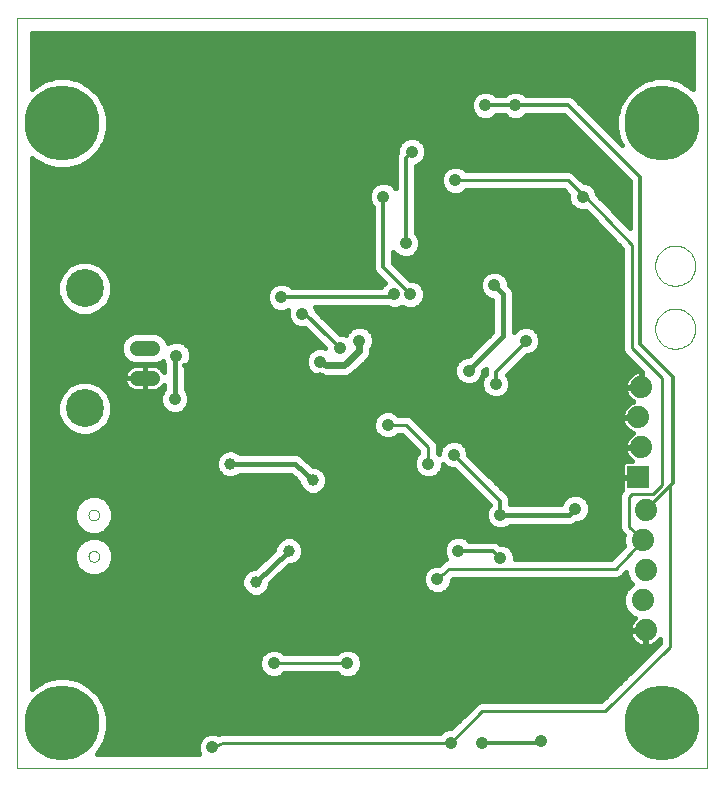
<source format=gbl>
G75*
%MOIN*%
%OFA0B0*%
%FSLAX24Y24*%
%IPPOS*%
%LPD*%
%AMOC8*
5,1,8,0,0,1.08239X$1,22.5*
%
%ADD10C,0.0000*%
%ADD11C,0.0740*%
%ADD12R,0.0740X0.0740*%
%ADD13C,0.0515*%
%ADD14C,0.1266*%
%ADD15C,0.0410*%
%ADD16C,0.0120*%
%ADD17C,0.0100*%
%ADD18C,0.0160*%
%ADD19C,0.0396*%
%ADD20C,0.0240*%
%ADD21C,0.2500*%
D10*
X009155Y001180D02*
X009155Y026180D01*
X032155Y026180D01*
X032155Y001180D01*
X009155Y001180D01*
X011528Y008241D02*
X011530Y008267D01*
X011536Y008293D01*
X011546Y008318D01*
X011559Y008341D01*
X011575Y008361D01*
X011595Y008379D01*
X011617Y008394D01*
X011640Y008406D01*
X011666Y008414D01*
X011692Y008418D01*
X011718Y008418D01*
X011744Y008414D01*
X011770Y008406D01*
X011794Y008394D01*
X011815Y008379D01*
X011835Y008361D01*
X011851Y008341D01*
X011864Y008318D01*
X011874Y008293D01*
X011880Y008267D01*
X011882Y008241D01*
X011880Y008215D01*
X011874Y008189D01*
X011864Y008164D01*
X011851Y008141D01*
X011835Y008121D01*
X011815Y008103D01*
X011793Y008088D01*
X011770Y008076D01*
X011744Y008068D01*
X011718Y008064D01*
X011692Y008064D01*
X011666Y008068D01*
X011640Y008076D01*
X011616Y008088D01*
X011595Y008103D01*
X011575Y008121D01*
X011559Y008141D01*
X011546Y008164D01*
X011536Y008189D01*
X011530Y008215D01*
X011528Y008241D01*
X011528Y009619D02*
X011530Y009645D01*
X011536Y009671D01*
X011546Y009696D01*
X011559Y009719D01*
X011575Y009739D01*
X011595Y009757D01*
X011617Y009772D01*
X011640Y009784D01*
X011666Y009792D01*
X011692Y009796D01*
X011718Y009796D01*
X011744Y009792D01*
X011770Y009784D01*
X011794Y009772D01*
X011815Y009757D01*
X011835Y009739D01*
X011851Y009719D01*
X011864Y009696D01*
X011874Y009671D01*
X011880Y009645D01*
X011882Y009619D01*
X011880Y009593D01*
X011874Y009567D01*
X011864Y009542D01*
X011851Y009519D01*
X011835Y009499D01*
X011815Y009481D01*
X011793Y009466D01*
X011770Y009454D01*
X011744Y009446D01*
X011718Y009442D01*
X011692Y009442D01*
X011666Y009446D01*
X011640Y009454D01*
X011616Y009466D01*
X011595Y009481D01*
X011575Y009499D01*
X011559Y009519D01*
X011546Y009542D01*
X011536Y009567D01*
X011530Y009593D01*
X011528Y009619D01*
X030415Y015830D02*
X030417Y015881D01*
X030423Y015932D01*
X030433Y015983D01*
X030446Y016032D01*
X030464Y016080D01*
X030485Y016127D01*
X030509Y016172D01*
X030537Y016215D01*
X030568Y016256D01*
X030602Y016295D01*
X030639Y016330D01*
X030679Y016363D01*
X030721Y016392D01*
X030765Y016419D01*
X030811Y016441D01*
X030859Y016461D01*
X030907Y016476D01*
X030957Y016488D01*
X031008Y016496D01*
X031059Y016500D01*
X031111Y016500D01*
X031162Y016496D01*
X031213Y016488D01*
X031263Y016476D01*
X031311Y016461D01*
X031359Y016441D01*
X031405Y016419D01*
X031449Y016392D01*
X031491Y016363D01*
X031531Y016330D01*
X031568Y016295D01*
X031602Y016256D01*
X031633Y016215D01*
X031661Y016172D01*
X031685Y016127D01*
X031706Y016080D01*
X031724Y016032D01*
X031737Y015983D01*
X031747Y015932D01*
X031753Y015881D01*
X031755Y015830D01*
X031753Y015779D01*
X031747Y015728D01*
X031737Y015677D01*
X031724Y015628D01*
X031706Y015580D01*
X031685Y015533D01*
X031661Y015488D01*
X031633Y015445D01*
X031602Y015404D01*
X031568Y015365D01*
X031531Y015330D01*
X031491Y015297D01*
X031449Y015268D01*
X031405Y015241D01*
X031359Y015219D01*
X031311Y015199D01*
X031263Y015184D01*
X031213Y015172D01*
X031162Y015164D01*
X031111Y015160D01*
X031059Y015160D01*
X031008Y015164D01*
X030957Y015172D01*
X030907Y015184D01*
X030859Y015199D01*
X030811Y015219D01*
X030765Y015241D01*
X030721Y015268D01*
X030679Y015297D01*
X030639Y015330D01*
X030602Y015365D01*
X030568Y015404D01*
X030537Y015445D01*
X030509Y015488D01*
X030485Y015533D01*
X030464Y015580D01*
X030446Y015628D01*
X030433Y015677D01*
X030423Y015728D01*
X030417Y015779D01*
X030415Y015830D01*
X030415Y017930D02*
X030417Y017981D01*
X030423Y018032D01*
X030433Y018083D01*
X030446Y018132D01*
X030464Y018180D01*
X030485Y018227D01*
X030509Y018272D01*
X030537Y018315D01*
X030568Y018356D01*
X030602Y018395D01*
X030639Y018430D01*
X030679Y018463D01*
X030721Y018492D01*
X030765Y018519D01*
X030811Y018541D01*
X030859Y018561D01*
X030907Y018576D01*
X030957Y018588D01*
X031008Y018596D01*
X031059Y018600D01*
X031111Y018600D01*
X031162Y018596D01*
X031213Y018588D01*
X031263Y018576D01*
X031311Y018561D01*
X031359Y018541D01*
X031405Y018519D01*
X031449Y018492D01*
X031491Y018463D01*
X031531Y018430D01*
X031568Y018395D01*
X031602Y018356D01*
X031633Y018315D01*
X031661Y018272D01*
X031685Y018227D01*
X031706Y018180D01*
X031724Y018132D01*
X031737Y018083D01*
X031747Y018032D01*
X031753Y017981D01*
X031755Y017930D01*
X031753Y017879D01*
X031747Y017828D01*
X031737Y017777D01*
X031724Y017728D01*
X031706Y017680D01*
X031685Y017633D01*
X031661Y017588D01*
X031633Y017545D01*
X031602Y017504D01*
X031568Y017465D01*
X031531Y017430D01*
X031491Y017397D01*
X031449Y017368D01*
X031405Y017341D01*
X031359Y017319D01*
X031311Y017299D01*
X031263Y017284D01*
X031213Y017272D01*
X031162Y017264D01*
X031111Y017260D01*
X031059Y017260D01*
X031008Y017264D01*
X030957Y017272D01*
X030907Y017284D01*
X030859Y017299D01*
X030811Y017319D01*
X030765Y017341D01*
X030721Y017368D01*
X030679Y017397D01*
X030639Y017430D01*
X030602Y017465D01*
X030568Y017504D01*
X030537Y017545D01*
X030509Y017588D01*
X030485Y017633D01*
X030464Y017680D01*
X030446Y017728D01*
X030433Y017777D01*
X030423Y017828D01*
X030417Y017879D01*
X030415Y017930D01*
D11*
X029955Y013880D03*
X029855Y012880D03*
X029955Y011880D03*
X030105Y009780D03*
X030005Y008780D03*
X030105Y007780D03*
X030005Y006780D03*
X030105Y005780D03*
D12*
X029855Y010880D03*
D13*
X013662Y014180D02*
X013148Y014180D01*
X013148Y015180D02*
X013662Y015180D01*
D14*
X011405Y017180D03*
X011405Y013180D03*
D15*
X014405Y013480D03*
X015055Y014680D03*
X014455Y014930D03*
X017955Y016880D03*
X018655Y016330D03*
X019105Y017430D03*
X016805Y018180D03*
X019905Y015180D03*
X020555Y015430D03*
X021655Y015380D03*
X023505Y016580D03*
X022255Y016980D03*
X021705Y016980D03*
X022105Y018680D03*
X021355Y020230D03*
X022305Y021730D03*
X023755Y020780D03*
X024755Y023280D03*
X025755Y023280D03*
X027855Y022080D03*
X028005Y020230D03*
X025255Y018030D03*
X025055Y017280D03*
X024855Y016330D03*
X026105Y015430D03*
X025105Y013990D03*
X024205Y014430D03*
X024005Y012480D03*
X023705Y011630D03*
X022855Y011330D03*
X021505Y012630D03*
X019255Y014730D03*
X025525Y011270D03*
X025255Y009630D03*
X023855Y008430D03*
X023155Y007480D03*
X025155Y007330D03*
X025255Y008180D03*
X027755Y009830D03*
X029205Y008730D03*
X027155Y012780D03*
X029015Y013920D03*
X021085Y007510D03*
X020155Y004680D03*
X017705Y004680D03*
X016155Y007380D03*
X013455Y007830D03*
X013405Y003280D03*
X015655Y001880D03*
X022505Y003330D03*
X023605Y002030D03*
X024655Y002030D03*
X026605Y002080D03*
X019105Y022180D03*
D16*
X021355Y020230D02*
X021355Y017880D01*
X022255Y016980D01*
X021705Y016980D02*
X021555Y016880D01*
X017955Y016880D01*
X018655Y016330D02*
X018755Y016330D01*
X019605Y015480D01*
X019905Y015180D01*
X021405Y015080D02*
X021655Y015330D01*
X021655Y015380D01*
X023505Y016580D02*
X023555Y016630D01*
X022105Y018680D02*
X022105Y021530D01*
X022305Y021730D01*
X024755Y023280D02*
X025755Y023280D01*
X027505Y023280D01*
X029905Y020880D01*
X029905Y015330D01*
X030105Y015130D01*
X031005Y014230D01*
X031005Y010680D01*
X030905Y010580D01*
X030105Y009780D01*
X029015Y013920D02*
X029055Y014130D01*
X026105Y015380D02*
X026105Y015430D01*
X026105Y015380D02*
X025105Y014380D01*
X025105Y013990D01*
X024105Y012480D02*
X024005Y012480D01*
X023705Y011630D02*
X025255Y010080D01*
X025255Y009630D01*
X025005Y008430D02*
X023855Y008430D01*
X025005Y008430D02*
X025255Y008180D01*
X024655Y002030D02*
X026555Y002030D01*
X026605Y002080D01*
X019055Y017380D02*
X019105Y017430D01*
D17*
X016805Y018180D02*
X016805Y018230D01*
X016705Y018130D01*
X019155Y022130D02*
X019105Y022180D01*
X023755Y020780D02*
X027505Y020780D01*
X028005Y020280D01*
X028005Y020230D02*
X028105Y020230D01*
X029655Y018630D01*
X029655Y015180D01*
X030655Y014180D01*
X030635Y010620D01*
X030345Y010330D01*
X029645Y010320D01*
X029555Y010230D01*
X029555Y009230D01*
X030005Y008780D01*
X029105Y007830D01*
X023905Y007830D01*
X023555Y007830D01*
X023155Y007480D01*
X020155Y004680D02*
X017705Y004680D01*
X016155Y007380D02*
X015805Y007380D01*
X015705Y007480D01*
X013405Y003280D02*
X013405Y003130D01*
X015655Y001880D02*
X016005Y002030D01*
X023605Y002030D01*
X024655Y003080D01*
X028755Y003080D01*
X030905Y005230D01*
X030905Y010580D01*
X029205Y008730D02*
X029105Y008730D01*
X025455Y011130D02*
X025405Y011180D01*
X025525Y011270D01*
X027005Y012780D02*
X027155Y012780D01*
X022855Y011880D02*
X022855Y011330D01*
X022855Y011880D02*
X022105Y012630D01*
X021505Y012630D01*
X022505Y003330D02*
X022505Y003280D01*
X022405Y003180D01*
X027855Y022080D02*
X027905Y022080D01*
D18*
X028044Y022261D02*
X012127Y022261D01*
X012169Y022419D02*
X027885Y022419D01*
X027727Y022578D02*
X012185Y022578D01*
X012185Y022479D02*
X012185Y022881D01*
X012081Y023271D01*
X011879Y023619D01*
X011594Y023904D01*
X011246Y024106D01*
X010856Y024210D01*
X010454Y024210D01*
X010064Y024106D01*
X009716Y023904D01*
X009635Y023824D01*
X009635Y025700D01*
X031675Y025700D01*
X031675Y023824D01*
X031594Y023904D01*
X031246Y024106D01*
X030856Y024210D01*
X030454Y024210D01*
X030064Y024106D01*
X029716Y023904D01*
X029431Y023619D01*
X029229Y023271D01*
X029125Y022881D01*
X029125Y022479D01*
X029229Y022089D01*
X029302Y021964D01*
X027698Y023568D01*
X027573Y023620D01*
X026101Y023620D01*
X026030Y023691D01*
X025851Y023765D01*
X025659Y023765D01*
X025480Y023691D01*
X025409Y023620D01*
X025101Y023620D01*
X025030Y023691D01*
X024851Y023765D01*
X024659Y023765D01*
X024480Y023691D01*
X024344Y023555D01*
X024270Y023376D01*
X024270Y023184D01*
X024344Y023005D01*
X024480Y022869D01*
X024659Y022795D01*
X024851Y022795D01*
X025030Y022869D01*
X025101Y022940D01*
X025409Y022940D01*
X025480Y022869D01*
X025659Y022795D01*
X025851Y022795D01*
X026030Y022869D01*
X026101Y022940D01*
X027364Y022940D01*
X029565Y020739D01*
X029565Y019197D01*
X028490Y020307D01*
X028490Y020326D01*
X028416Y020505D01*
X028280Y020641D01*
X028101Y020715D01*
X028037Y020715D01*
X027692Y021060D01*
X027571Y021110D01*
X024111Y021110D01*
X024030Y021191D01*
X023851Y021265D01*
X023659Y021265D01*
X023480Y021191D01*
X023344Y021055D01*
X023270Y020876D01*
X023270Y020684D01*
X023344Y020505D01*
X023480Y020369D01*
X023659Y020295D01*
X023851Y020295D01*
X024030Y020369D01*
X024111Y020450D01*
X027368Y020450D01*
X027520Y020298D01*
X027520Y020134D01*
X027594Y019955D01*
X027730Y019819D01*
X027909Y019745D01*
X028101Y019745D01*
X028111Y019749D01*
X029325Y018496D01*
X029325Y015114D01*
X029375Y014993D01*
X029975Y014393D01*
X029975Y013900D01*
X029935Y013900D01*
X029935Y014430D01*
X029912Y014430D01*
X029826Y014416D01*
X029744Y014390D01*
X029667Y014350D01*
X029597Y014300D01*
X029535Y014238D01*
X029485Y014168D01*
X029445Y014091D01*
X029419Y014009D01*
X029405Y013923D01*
X029405Y013900D01*
X029935Y013900D01*
X029935Y013860D01*
X029405Y013860D01*
X029405Y013837D01*
X029419Y013751D01*
X029445Y013669D01*
X029485Y013592D01*
X029535Y013522D01*
X029597Y013460D01*
X029667Y013410D01*
X029682Y013402D01*
X029644Y013390D01*
X029567Y013350D01*
X029497Y013300D01*
X029435Y013238D01*
X029385Y013168D01*
X029345Y013091D01*
X029319Y013009D01*
X029305Y012923D01*
X029305Y012900D01*
X029835Y012900D01*
X029835Y012860D01*
X029305Y012860D01*
X029305Y012837D01*
X029319Y012751D01*
X029345Y012669D01*
X029385Y012592D01*
X029435Y012522D01*
X029497Y012460D01*
X029567Y012410D01*
X029644Y012370D01*
X029682Y012358D01*
X029667Y012350D01*
X029597Y012300D01*
X029535Y012238D01*
X029485Y012168D01*
X029445Y012091D01*
X029419Y012009D01*
X029405Y011923D01*
X029405Y011900D01*
X029935Y011900D01*
X029935Y011860D01*
X029405Y011860D01*
X029405Y011837D01*
X029419Y011751D01*
X029445Y011669D01*
X029485Y011592D01*
X029535Y011522D01*
X029597Y011460D01*
X029639Y011430D01*
X029461Y011430D01*
X029416Y011418D01*
X029374Y011394D01*
X029341Y011361D01*
X029317Y011319D01*
X029305Y011274D01*
X029305Y010900D01*
X029835Y010900D01*
X029835Y010860D01*
X029305Y010860D01*
X029305Y010486D01*
X029313Y010455D01*
X029275Y010417D01*
X029225Y010296D01*
X029225Y009164D01*
X029275Y009043D01*
X029371Y008947D01*
X029355Y008909D01*
X029355Y008651D01*
X029377Y008597D01*
X028963Y008160D01*
X025740Y008160D01*
X025740Y008276D01*
X025666Y008455D01*
X025530Y008591D01*
X025351Y008665D01*
X025251Y008665D01*
X025198Y008718D01*
X025073Y008770D01*
X024201Y008770D01*
X024130Y008841D01*
X023951Y008915D01*
X023759Y008915D01*
X023580Y008841D01*
X023444Y008705D01*
X023370Y008526D01*
X023370Y008334D01*
X023444Y008155D01*
X023454Y008145D01*
X023439Y008139D01*
X023387Y008122D01*
X023379Y008114D01*
X023368Y008110D01*
X023329Y008071D01*
X023208Y007965D01*
X023059Y007965D01*
X022880Y007891D01*
X022744Y007755D01*
X022670Y007576D01*
X022670Y007384D01*
X022744Y007205D01*
X022880Y007069D01*
X023059Y006995D01*
X023251Y006995D01*
X023430Y007069D01*
X023566Y007205D01*
X023640Y007384D01*
X023640Y007466D01*
X023679Y007500D01*
X029044Y007500D01*
X029048Y007498D01*
X029109Y007500D01*
X029171Y007500D01*
X029175Y007502D01*
X029180Y007502D01*
X029235Y007527D01*
X029292Y007550D01*
X029295Y007554D01*
X029299Y007555D01*
X029342Y007600D01*
X029385Y007643D01*
X029387Y007647D01*
X029455Y007720D01*
X029455Y007651D01*
X029554Y007412D01*
X029636Y007330D01*
X029454Y007148D01*
X029355Y006909D01*
X029355Y006651D01*
X029454Y006412D01*
X029637Y006229D01*
X029735Y006188D01*
X029685Y006138D01*
X029635Y006068D01*
X029595Y005991D01*
X029569Y005909D01*
X029555Y005823D01*
X029555Y005800D01*
X030085Y005800D01*
X030085Y005760D01*
X030125Y005760D01*
X030125Y005230D01*
X030148Y005230D01*
X030234Y005244D01*
X030316Y005270D01*
X030393Y005310D01*
X030463Y005360D01*
X030525Y005422D01*
X030575Y005491D01*
X030575Y005367D01*
X028618Y003410D01*
X024589Y003410D01*
X024468Y003360D01*
X023623Y002515D01*
X023509Y002515D01*
X023330Y002441D01*
X023249Y002360D01*
X016069Y002360D01*
X016067Y002361D01*
X016003Y002360D01*
X015939Y002360D01*
X015937Y002359D01*
X015935Y002359D01*
X015877Y002334D01*
X015851Y002324D01*
X015751Y002365D01*
X015559Y002365D01*
X015380Y002291D01*
X015244Y002155D01*
X015170Y001976D01*
X015170Y001784D01*
X015221Y001660D01*
X011799Y001660D01*
X011879Y001741D01*
X012081Y002089D01*
X012185Y002479D01*
X012185Y002881D01*
X012081Y003271D01*
X011879Y003619D01*
X011594Y003904D01*
X011246Y004106D01*
X010856Y004210D01*
X010454Y004210D01*
X010064Y004106D01*
X009716Y003904D01*
X009635Y003824D01*
X009635Y021536D01*
X009716Y021456D01*
X010064Y021254D01*
X010454Y021150D01*
X010856Y021150D01*
X011246Y021254D01*
X011594Y021456D01*
X011879Y021741D01*
X012081Y022089D01*
X012185Y022479D01*
X012185Y022736D02*
X027568Y022736D01*
X027410Y022895D02*
X026055Y022895D01*
X025455Y022895D02*
X025055Y022895D01*
X024455Y022895D02*
X012181Y022895D01*
X012139Y023053D02*
X024324Y023053D01*
X024270Y023212D02*
X012097Y023212D01*
X012023Y023370D02*
X024270Y023370D01*
X024333Y023529D02*
X011932Y023529D01*
X011812Y023687D02*
X024476Y023687D01*
X025034Y023687D02*
X025476Y023687D01*
X026034Y023687D02*
X029498Y023687D01*
X029378Y023529D02*
X027737Y023529D01*
X027896Y023370D02*
X029287Y023370D01*
X029213Y023212D02*
X028054Y023212D01*
X028213Y023053D02*
X029171Y023053D01*
X029129Y022895D02*
X028371Y022895D01*
X028530Y022736D02*
X029125Y022736D01*
X029125Y022578D02*
X028688Y022578D01*
X028847Y022419D02*
X029141Y022419D01*
X029183Y022261D02*
X029005Y022261D01*
X029164Y022102D02*
X029226Y022102D01*
X028678Y021627D02*
X022787Y021627D01*
X022790Y021634D02*
X022790Y021826D01*
X022716Y022005D01*
X022580Y022141D01*
X022401Y022215D01*
X022209Y022215D01*
X022030Y022141D01*
X021894Y022005D01*
X021820Y021826D01*
X021820Y021726D01*
X021817Y021723D01*
X021765Y021598D01*
X021765Y020506D01*
X021630Y020641D01*
X021451Y020715D01*
X021259Y020715D01*
X021080Y020641D01*
X020944Y020505D01*
X020870Y020326D01*
X020870Y020134D01*
X020944Y019955D01*
X021015Y019884D01*
X021015Y017812D01*
X021067Y017687D01*
X021397Y017358D01*
X021294Y017255D01*
X021279Y017220D01*
X018301Y017220D01*
X018230Y017291D01*
X018051Y017365D01*
X017859Y017365D01*
X017680Y017291D01*
X017544Y017155D01*
X017470Y016976D01*
X017470Y016784D01*
X017544Y016605D01*
X017680Y016469D01*
X017859Y016395D01*
X018051Y016395D01*
X018179Y016448D01*
X018170Y016426D01*
X018170Y016234D01*
X018244Y016055D01*
X018380Y015919D01*
X018559Y015845D01*
X018751Y015845D01*
X018757Y015847D01*
X019412Y015192D01*
X019412Y015192D01*
X019416Y015188D01*
X019351Y015215D01*
X019159Y015215D01*
X018980Y015141D01*
X018844Y015005D01*
X018770Y014826D01*
X018770Y014634D01*
X018844Y014455D01*
X018980Y014319D01*
X019159Y014245D01*
X019331Y014245D01*
X019347Y014237D01*
X019362Y014236D01*
X019375Y014230D01*
X019441Y014230D01*
X019506Y014225D01*
X019520Y014230D01*
X020044Y014230D01*
X020113Y014226D01*
X020124Y014230D01*
X020135Y014230D01*
X020198Y014256D01*
X020263Y014279D01*
X020272Y014287D01*
X020282Y014291D01*
X020330Y014340D01*
X020772Y014737D01*
X020782Y014741D01*
X020830Y014790D01*
X020882Y014836D01*
X020886Y014846D01*
X020894Y014853D01*
X020921Y014917D01*
X020950Y014980D01*
X020951Y014990D01*
X020955Y015000D01*
X020955Y015069D01*
X020959Y015138D01*
X020956Y015145D01*
X020966Y015155D01*
X021040Y015334D01*
X021040Y015526D01*
X020966Y015705D01*
X020830Y015841D01*
X020651Y015915D01*
X020459Y015915D01*
X020280Y015841D01*
X020144Y015705D01*
X020109Y015620D01*
X020001Y015665D01*
X019901Y015665D01*
X019893Y015673D01*
X019140Y016426D01*
X019140Y016426D01*
X019093Y016540D01*
X021500Y016540D01*
X021609Y016495D01*
X021801Y016495D01*
X021980Y016569D01*
X021980Y016569D01*
X021980Y016569D01*
X022159Y016495D01*
X022351Y016495D01*
X022530Y016569D01*
X022666Y016705D01*
X022740Y016884D01*
X022740Y017076D01*
X022666Y017255D01*
X022530Y017391D01*
X022351Y017465D01*
X022251Y017465D01*
X021695Y018021D01*
X021695Y018404D01*
X021830Y018269D01*
X022009Y018195D01*
X022201Y018195D01*
X022380Y018269D01*
X022516Y018405D01*
X022590Y018584D01*
X022590Y018776D01*
X022516Y018955D01*
X022445Y019026D01*
X022445Y021263D01*
X022580Y021319D01*
X022716Y021455D01*
X022790Y021634D01*
X022790Y021785D02*
X028519Y021785D01*
X028361Y021944D02*
X022742Y021944D01*
X022619Y022102D02*
X028202Y022102D01*
X028836Y021468D02*
X022721Y021468D01*
X022557Y021310D02*
X028995Y021310D01*
X029153Y021151D02*
X024070Y021151D01*
X023440Y021151D02*
X022445Y021151D01*
X022445Y020993D02*
X023318Y020993D01*
X023270Y020834D02*
X022445Y020834D01*
X022445Y020676D02*
X023273Y020676D01*
X023339Y020517D02*
X022445Y020517D01*
X022445Y020359D02*
X023505Y020359D01*
X024005Y020359D02*
X027460Y020359D01*
X027520Y020200D02*
X022445Y020200D01*
X022445Y020042D02*
X027558Y020042D01*
X027666Y019883D02*
X022445Y019883D01*
X022445Y019725D02*
X028135Y019725D01*
X028289Y019566D02*
X022445Y019566D01*
X022445Y019408D02*
X028442Y019408D01*
X028596Y019249D02*
X022445Y019249D01*
X022445Y019091D02*
X028749Y019091D01*
X028903Y018932D02*
X022526Y018932D01*
X022590Y018774D02*
X029057Y018774D01*
X029210Y018615D02*
X022590Y018615D01*
X022537Y018457D02*
X029325Y018457D01*
X029325Y018298D02*
X022409Y018298D01*
X021801Y018298D02*
X021695Y018298D01*
X021695Y018140D02*
X029325Y018140D01*
X029325Y017981D02*
X021735Y017981D01*
X021893Y017823D02*
X029325Y017823D01*
X029325Y017664D02*
X025357Y017664D01*
X025330Y017691D02*
X025151Y017765D01*
X024959Y017765D01*
X024780Y017691D01*
X024644Y017555D01*
X024570Y017376D01*
X024570Y017184D01*
X024644Y017005D01*
X024780Y016869D01*
X024959Y016795D01*
X024995Y016795D01*
X024995Y015729D01*
X024181Y014915D01*
X024109Y014915D01*
X023930Y014841D01*
X023794Y014705D01*
X023720Y014526D01*
X023720Y014334D01*
X023794Y014155D01*
X023930Y014019D01*
X024109Y013945D01*
X024301Y013945D01*
X024480Y014019D01*
X024616Y014155D01*
X024690Y014334D01*
X024690Y014406D01*
X024789Y014504D01*
X024765Y014448D01*
X024765Y014336D01*
X024694Y014265D01*
X024620Y014086D01*
X024620Y013894D01*
X024694Y013715D01*
X024830Y013579D01*
X025009Y013505D01*
X025201Y013505D01*
X025380Y013579D01*
X025516Y013715D01*
X025590Y013894D01*
X025590Y014086D01*
X025516Y014265D01*
X025493Y014288D01*
X026151Y014945D01*
X026201Y014945D01*
X026380Y015019D01*
X026516Y015155D01*
X026590Y015334D01*
X026590Y015526D01*
X026516Y015705D01*
X026380Y015841D01*
X026201Y015915D01*
X026009Y015915D01*
X025830Y015841D01*
X025715Y015726D01*
X025715Y017052D01*
X025660Y017184D01*
X025540Y017304D01*
X025540Y017376D01*
X025466Y017555D01*
X025330Y017691D01*
X025487Y017506D02*
X029325Y017506D01*
X029325Y017347D02*
X025540Y017347D01*
X025656Y017189D02*
X029325Y017189D01*
X029325Y017030D02*
X025715Y017030D01*
X025715Y016872D02*
X029325Y016872D01*
X029325Y016713D02*
X025715Y016713D01*
X025715Y016555D02*
X029325Y016555D01*
X029325Y016396D02*
X025715Y016396D01*
X025715Y016238D02*
X029325Y016238D01*
X029325Y016079D02*
X025715Y016079D01*
X025715Y015921D02*
X029325Y015921D01*
X029325Y015762D02*
X026459Y015762D01*
X026558Y015604D02*
X029325Y015604D01*
X029325Y015445D02*
X026590Y015445D01*
X026571Y015287D02*
X029325Y015287D01*
X029325Y015128D02*
X026489Y015128D01*
X026261Y014970D02*
X029399Y014970D01*
X029557Y014811D02*
X026017Y014811D01*
X025858Y014653D02*
X029716Y014653D01*
X029874Y014494D02*
X025700Y014494D01*
X025541Y014336D02*
X029646Y014336D01*
X029491Y014177D02*
X025552Y014177D01*
X025590Y014019D02*
X029422Y014019D01*
X029435Y013702D02*
X025502Y013702D01*
X025576Y013860D02*
X029935Y013860D01*
X029935Y014019D02*
X029975Y014019D01*
X029975Y014177D02*
X029935Y014177D01*
X029935Y014336D02*
X029975Y014336D01*
X029520Y013543D02*
X025293Y013543D01*
X024917Y013543D02*
X014890Y013543D01*
X014890Y013576D02*
X014816Y013755D01*
X014765Y013806D01*
X014765Y014554D01*
X014866Y014655D01*
X014940Y014834D01*
X014940Y015026D01*
X014866Y015205D01*
X014730Y015341D01*
X014551Y015415D01*
X014359Y015415D01*
X014180Y015341D01*
X014178Y015339D01*
X014118Y015484D01*
X013967Y015636D01*
X013769Y015717D01*
X013041Y015717D01*
X012843Y015636D01*
X012692Y015484D01*
X012610Y015287D01*
X012610Y015073D01*
X012692Y014876D01*
X012843Y014724D01*
X013041Y014643D01*
X013769Y014643D01*
X013967Y014724D01*
X014001Y014758D01*
X014044Y014655D01*
X014045Y014654D01*
X014045Y014393D01*
X014037Y014409D01*
X013996Y014465D01*
X013947Y014514D01*
X013892Y014554D01*
X013830Y014585D01*
X013765Y014607D01*
X013697Y014617D01*
X013405Y014617D01*
X013113Y014617D01*
X013045Y014607D01*
X012980Y014585D01*
X012918Y014554D01*
X012863Y014514D01*
X012814Y014465D01*
X012773Y014409D01*
X012742Y014348D01*
X012721Y014282D01*
X012710Y014214D01*
X012710Y014180D01*
X013405Y014180D01*
X013405Y014180D01*
X013405Y014617D01*
X013405Y014180D01*
X013405Y013743D01*
X013697Y013743D01*
X013765Y013753D01*
X013830Y013775D01*
X013892Y013806D01*
X013947Y013846D01*
X013996Y013895D01*
X014037Y013951D01*
X014045Y013967D01*
X014045Y013806D01*
X013994Y013755D01*
X013920Y013576D01*
X013920Y013384D01*
X013994Y013205D01*
X014130Y013069D01*
X014309Y012995D01*
X014501Y012995D01*
X014680Y013069D01*
X014816Y013205D01*
X014890Y013384D01*
X014890Y013576D01*
X014838Y013702D02*
X024708Y013702D01*
X024634Y013860D02*
X014765Y013860D01*
X014765Y014019D02*
X023931Y014019D01*
X023785Y014177D02*
X014765Y014177D01*
X014765Y014336D02*
X018964Y014336D01*
X018828Y014494D02*
X014765Y014494D01*
X014705Y014630D02*
X015055Y014680D01*
X014931Y014811D02*
X018770Y014811D01*
X018770Y014653D02*
X014863Y014653D01*
X014940Y014970D02*
X018829Y014970D01*
X018967Y015128D02*
X014898Y015128D01*
X014784Y015287D02*
X019318Y015287D01*
X019159Y015445D02*
X014134Y015445D01*
X013999Y015604D02*
X019001Y015604D01*
X018842Y015762D02*
X009635Y015762D01*
X009635Y015604D02*
X012811Y015604D01*
X012676Y015445D02*
X009635Y015445D01*
X009635Y015287D02*
X012610Y015287D01*
X012610Y015128D02*
X009635Y015128D01*
X009635Y014970D02*
X012653Y014970D01*
X012756Y014811D02*
X009635Y014811D01*
X009635Y014653D02*
X013016Y014653D01*
X012843Y014494D02*
X009635Y014494D01*
X009635Y014336D02*
X012738Y014336D01*
X012710Y014180D02*
X012710Y014146D01*
X012721Y014078D01*
X012742Y014012D01*
X012773Y013951D01*
X012814Y013895D01*
X012863Y013846D01*
X012918Y013806D01*
X012980Y013775D01*
X013045Y013753D01*
X013113Y013743D01*
X013405Y013743D01*
X013405Y014180D01*
X013405Y014180D01*
X013405Y014180D01*
X012710Y014180D01*
X012710Y014177D02*
X009635Y014177D01*
X009635Y014019D02*
X011043Y014019D01*
X010888Y013954D02*
X011223Y014093D01*
X011587Y014093D01*
X011922Y013954D01*
X012179Y013697D01*
X012318Y013362D01*
X012318Y012998D01*
X012179Y012663D01*
X011922Y012406D01*
X011587Y012267D01*
X011223Y012267D01*
X010888Y012406D01*
X010631Y012663D01*
X010492Y012998D01*
X010492Y013362D01*
X010631Y013697D01*
X010888Y013954D01*
X010794Y013860D02*
X009635Y013860D01*
X009635Y013702D02*
X010635Y013702D01*
X010567Y013543D02*
X009635Y013543D01*
X009635Y013385D02*
X010501Y013385D01*
X010492Y013226D02*
X009635Y013226D01*
X009635Y013068D02*
X010492Y013068D01*
X010529Y012909D02*
X009635Y012909D01*
X009635Y012751D02*
X010595Y012751D01*
X010702Y012592D02*
X009635Y012592D01*
X009635Y012434D02*
X010860Y012434D01*
X011204Y012275D02*
X009635Y012275D01*
X009635Y012117D02*
X022152Y012117D01*
X021993Y012275D02*
X021836Y012275D01*
X021861Y012300D02*
X021968Y012300D01*
X022525Y011743D01*
X022525Y011686D01*
X022444Y011605D01*
X022370Y011426D01*
X022370Y011234D01*
X022444Y011055D01*
X022580Y010919D01*
X022759Y010845D01*
X022951Y010845D01*
X023130Y010919D01*
X023266Y011055D01*
X023340Y011234D01*
X023340Y011309D01*
X023430Y011219D01*
X023609Y011145D01*
X023709Y011145D01*
X024897Y009958D01*
X024844Y009905D01*
X024770Y009726D01*
X024770Y009534D01*
X024844Y009355D01*
X024980Y009219D01*
X025159Y009145D01*
X025351Y009145D01*
X025530Y009219D01*
X025581Y009270D01*
X027627Y009270D01*
X027759Y009325D01*
X027779Y009345D01*
X027851Y009345D01*
X028030Y009419D01*
X028166Y009555D01*
X028240Y009734D01*
X028240Y009926D01*
X028166Y010105D01*
X028030Y010241D01*
X027851Y010315D01*
X027659Y010315D01*
X027480Y010241D01*
X027344Y010105D01*
X027296Y009990D01*
X025595Y009990D01*
X025595Y010012D01*
X025595Y010148D01*
X025543Y010273D01*
X024190Y011626D01*
X024190Y011726D01*
X024116Y011905D01*
X023980Y012041D01*
X023801Y012115D01*
X023609Y012115D01*
X023430Y012041D01*
X023294Y011905D01*
X023220Y011726D01*
X023220Y011651D01*
X023185Y011686D01*
X023185Y011946D01*
X023135Y012067D01*
X023042Y012160D01*
X022292Y012910D01*
X022171Y012960D01*
X021861Y012960D01*
X021780Y013041D01*
X021601Y013115D01*
X021409Y013115D01*
X021230Y013041D01*
X021094Y012905D01*
X021020Y012726D01*
X021020Y012534D01*
X021094Y012355D01*
X021230Y012219D01*
X021409Y012145D01*
X021601Y012145D01*
X021780Y012219D01*
X021861Y012300D01*
X022310Y011958D02*
X009635Y011958D01*
X009635Y011800D02*
X016139Y011800D01*
X016160Y011808D02*
X015984Y011735D01*
X015850Y011601D01*
X015777Y011425D01*
X015777Y011235D01*
X015850Y011059D01*
X015984Y010925D01*
X016160Y010852D01*
X016350Y010852D01*
X016526Y010925D01*
X016571Y010970D01*
X018265Y010970D01*
X018527Y010730D01*
X018527Y010685D01*
X018600Y010509D01*
X018734Y010375D01*
X018910Y010302D01*
X019100Y010302D01*
X019276Y010375D01*
X019410Y010509D01*
X019483Y010685D01*
X019483Y010875D01*
X019410Y011051D01*
X019276Y011185D01*
X019100Y011258D01*
X019016Y011258D01*
X018654Y011590D01*
X018609Y011635D01*
X018601Y011638D01*
X018595Y011644D01*
X018536Y011666D01*
X018477Y011690D01*
X018469Y011690D01*
X018461Y011693D01*
X018397Y011690D01*
X016571Y011690D01*
X016526Y011735D01*
X016350Y011808D01*
X016160Y011808D01*
X016371Y011800D02*
X022469Y011800D01*
X022480Y011641D02*
X018598Y011641D01*
X018771Y011483D02*
X022393Y011483D01*
X022370Y011324D02*
X018944Y011324D01*
X018405Y011330D02*
X016255Y011330D01*
X015777Y011324D02*
X009635Y011324D01*
X009635Y011166D02*
X015806Y011166D01*
X015902Y011007D02*
X009635Y011007D01*
X009635Y010849D02*
X018397Y010849D01*
X018527Y010690D02*
X009635Y010690D01*
X009635Y010532D02*
X018590Y010532D01*
X018738Y010373D02*
X009635Y010373D01*
X009635Y010215D02*
X011426Y010215D01*
X011333Y010176D02*
X011148Y009991D01*
X011048Y009750D01*
X011048Y009488D01*
X011148Y009247D01*
X011333Y009062D01*
X011574Y008962D01*
X011836Y008962D01*
X012077Y009062D01*
X012262Y009247D01*
X012362Y009488D01*
X012362Y009750D01*
X012262Y009991D01*
X012077Y010176D01*
X011836Y010276D01*
X011574Y010276D01*
X011333Y010176D01*
X011213Y010056D02*
X009635Y010056D01*
X009635Y009898D02*
X011109Y009898D01*
X011048Y009739D02*
X009635Y009739D01*
X009635Y009581D02*
X011048Y009581D01*
X011075Y009422D02*
X009635Y009422D01*
X009635Y009264D02*
X011141Y009264D01*
X011290Y009105D02*
X009635Y009105D01*
X009635Y008947D02*
X029370Y008947D01*
X029355Y008788D02*
X024183Y008788D01*
X023527Y008788D02*
X018523Y008788D01*
X018476Y008835D02*
X018300Y008908D01*
X018110Y008908D01*
X017934Y008835D01*
X017800Y008701D01*
X017727Y008525D01*
X017727Y008471D01*
X017084Y007858D01*
X017010Y007858D01*
X016834Y007785D01*
X016700Y007651D01*
X016627Y007475D01*
X016627Y007285D01*
X016700Y007109D01*
X016834Y006975D01*
X017010Y006902D01*
X017200Y006902D01*
X017376Y006975D01*
X017510Y007109D01*
X017583Y007285D01*
X017583Y007339D01*
X018226Y007952D01*
X018300Y007952D01*
X018476Y008025D01*
X018610Y008159D01*
X018683Y008335D01*
X018683Y008525D01*
X018610Y008701D01*
X018476Y008835D01*
X018640Y008630D02*
X023413Y008630D01*
X023370Y008471D02*
X018683Y008471D01*
X018674Y008313D02*
X023379Y008313D01*
X023445Y008154D02*
X018605Y008154D01*
X018405Y007996D02*
X023243Y007996D01*
X022826Y007837D02*
X018105Y007837D01*
X017939Y007679D02*
X022712Y007679D01*
X022670Y007520D02*
X017773Y007520D01*
X017607Y007362D02*
X022679Y007362D01*
X022746Y007203D02*
X017549Y007203D01*
X017446Y007045D02*
X022939Y007045D01*
X023371Y007045D02*
X029411Y007045D01*
X029355Y006886D02*
X009635Y006886D01*
X009635Y006728D02*
X029355Y006728D01*
X029389Y006569D02*
X009635Y006569D01*
X009635Y006411D02*
X029455Y006411D01*
X029614Y006252D02*
X009635Y006252D01*
X009635Y006094D02*
X029653Y006094D01*
X029577Y005935D02*
X009635Y005935D01*
X009635Y005777D02*
X030085Y005777D01*
X030085Y005760D02*
X029555Y005760D01*
X029555Y005737D01*
X029569Y005651D01*
X029595Y005569D01*
X029635Y005492D01*
X029685Y005422D01*
X029747Y005360D01*
X029817Y005310D01*
X029894Y005270D01*
X029976Y005244D01*
X030062Y005230D01*
X030085Y005230D01*
X030085Y005760D01*
X030085Y005618D02*
X030125Y005618D01*
X030125Y005460D02*
X030085Y005460D01*
X030085Y005301D02*
X030125Y005301D01*
X030376Y005301D02*
X030509Y005301D01*
X030552Y005460D02*
X030575Y005460D01*
X030351Y005143D02*
X020306Y005143D01*
X020251Y005165D02*
X020430Y005091D01*
X020566Y004955D01*
X020640Y004776D01*
X020640Y004584D01*
X020566Y004405D01*
X020430Y004269D01*
X020251Y004195D01*
X020059Y004195D01*
X019880Y004269D01*
X019799Y004350D01*
X018061Y004350D01*
X017980Y004269D01*
X017801Y004195D01*
X017609Y004195D01*
X017430Y004269D01*
X017294Y004405D01*
X017220Y004584D01*
X017220Y004776D01*
X017294Y004955D01*
X017430Y005091D01*
X017609Y005165D01*
X017801Y005165D01*
X017980Y005091D01*
X018061Y005010D01*
X019799Y005010D01*
X019880Y005091D01*
X020059Y005165D01*
X020251Y005165D01*
X020004Y005143D02*
X017856Y005143D01*
X017554Y005143D02*
X009635Y005143D01*
X009635Y005301D02*
X029834Y005301D01*
X029658Y005460D02*
X009635Y005460D01*
X009635Y005618D02*
X029579Y005618D01*
X030192Y004984D02*
X020537Y004984D01*
X020620Y004826D02*
X030034Y004826D01*
X029875Y004667D02*
X020640Y004667D01*
X020609Y004509D02*
X029717Y004509D01*
X029558Y004350D02*
X020511Y004350D01*
X017349Y004350D02*
X009635Y004350D01*
X009635Y004192D02*
X010385Y004192D01*
X010925Y004192D02*
X029400Y004192D01*
X029241Y004033D02*
X011372Y004033D01*
X011624Y003875D02*
X029083Y003875D01*
X028924Y003716D02*
X011783Y003716D01*
X011915Y003558D02*
X028766Y003558D01*
X029509Y007203D02*
X023564Y007203D01*
X023631Y007362D02*
X029604Y007362D01*
X029509Y007520D02*
X029220Y007520D01*
X029416Y007679D02*
X029455Y007679D01*
X029108Y008313D02*
X025725Y008313D01*
X025650Y008471D02*
X029258Y008471D01*
X029364Y008630D02*
X025437Y008630D01*
X025574Y009264D02*
X029225Y009264D01*
X029225Y009422D02*
X028033Y009422D01*
X028177Y009581D02*
X029225Y009581D01*
X029225Y009739D02*
X028240Y009739D01*
X028240Y009898D02*
X029225Y009898D01*
X029225Y010056D02*
X028186Y010056D01*
X028056Y010215D02*
X029225Y010215D01*
X029257Y010373D02*
X025443Y010373D01*
X025567Y010215D02*
X027454Y010215D01*
X027324Y010056D02*
X025595Y010056D01*
X025255Y009630D02*
X027555Y009630D01*
X027755Y009830D01*
X029250Y009105D02*
X012120Y009105D01*
X012269Y009264D02*
X024936Y009264D01*
X024816Y009422D02*
X012335Y009422D01*
X012362Y009581D02*
X024770Y009581D01*
X024775Y009739D02*
X012362Y009739D01*
X012301Y009898D02*
X024841Y009898D01*
X024798Y010056D02*
X012197Y010056D01*
X011984Y010215D02*
X024640Y010215D01*
X024481Y010373D02*
X019272Y010373D01*
X019420Y010532D02*
X024323Y010532D01*
X024164Y010690D02*
X019483Y010690D01*
X019483Y010849D02*
X022750Y010849D01*
X022960Y010849D02*
X024006Y010849D01*
X023847Y011007D02*
X023218Y011007D01*
X023312Y011166D02*
X023559Y011166D01*
X023250Y011800D02*
X023185Y011800D01*
X023180Y011958D02*
X023347Y011958D01*
X023085Y012117D02*
X029458Y012117D01*
X029411Y011958D02*
X024063Y011958D01*
X024160Y011800D02*
X029411Y011800D01*
X029459Y011641D02*
X024190Y011641D01*
X024333Y011483D02*
X029575Y011483D01*
X029320Y011324D02*
X024492Y011324D01*
X024650Y011166D02*
X029305Y011166D01*
X029305Y011007D02*
X024809Y011007D01*
X024967Y010849D02*
X029305Y010849D01*
X029305Y010690D02*
X025126Y010690D01*
X025284Y010532D02*
X029305Y010532D01*
X029572Y012275D02*
X022927Y012275D01*
X022768Y012434D02*
X029534Y012434D01*
X029384Y012592D02*
X022610Y012592D01*
X022451Y012751D02*
X029319Y012751D01*
X029305Y012909D02*
X022293Y012909D01*
X021716Y013068D02*
X029338Y013068D01*
X029427Y013226D02*
X014825Y013226D01*
X014890Y013385D02*
X029634Y013385D01*
X025751Y015762D02*
X025715Y015762D01*
X025355Y015580D02*
X025355Y016980D01*
X025055Y017280D01*
X024623Y017506D02*
X022210Y017506D01*
X022052Y017664D02*
X024753Y017664D01*
X024570Y017347D02*
X022574Y017347D01*
X022694Y017189D02*
X024570Y017189D01*
X024634Y017030D02*
X022740Y017030D01*
X022735Y016872D02*
X024778Y016872D01*
X024995Y016713D02*
X022669Y016713D01*
X022495Y016555D02*
X024995Y016555D01*
X024995Y016396D02*
X019170Y016396D01*
X019328Y016238D02*
X024995Y016238D01*
X024995Y016079D02*
X019487Y016079D01*
X019645Y015921D02*
X024995Y015921D01*
X024995Y015762D02*
X020909Y015762D01*
X021008Y015604D02*
X024869Y015604D01*
X024955Y015680D02*
X024905Y015730D01*
X024855Y016330D01*
X024711Y015445D02*
X021040Y015445D01*
X021021Y015287D02*
X024552Y015287D01*
X024394Y015128D02*
X020958Y015128D01*
X020945Y014970D02*
X024235Y014970D01*
X023900Y014811D02*
X020854Y014811D01*
X020678Y014653D02*
X023772Y014653D01*
X023720Y014494D02*
X020502Y014494D01*
X020326Y014336D02*
X023720Y014336D01*
X024205Y014430D02*
X024255Y014480D01*
X025355Y015580D01*
X024784Y014494D02*
X024778Y014494D01*
X024765Y014336D02*
X024690Y014336D01*
X024658Y014177D02*
X024625Y014177D01*
X024620Y014019D02*
X024479Y014019D01*
X021294Y013068D02*
X014677Y013068D01*
X014405Y013480D02*
X014405Y014880D01*
X014455Y014930D01*
X014045Y014653D02*
X013794Y014653D01*
X013967Y014494D02*
X014045Y014494D01*
X014045Y013860D02*
X013961Y013860D01*
X013972Y013702D02*
X012175Y013702D01*
X012243Y013543D02*
X013920Y013543D01*
X013920Y013385D02*
X012309Y013385D01*
X012318Y013226D02*
X013985Y013226D01*
X014133Y013068D02*
X012318Y013068D01*
X012281Y012909D02*
X021098Y012909D01*
X021030Y012751D02*
X012215Y012751D01*
X012108Y012592D02*
X021020Y012592D01*
X021061Y012434D02*
X011950Y012434D01*
X011606Y012275D02*
X021174Y012275D01*
X020155Y012380D02*
X020155Y012480D01*
X020105Y012480D01*
X019296Y011166D02*
X022398Y011166D01*
X022492Y011007D02*
X019428Y011007D01*
X019005Y010780D02*
X018405Y011330D01*
X016105Y012480D02*
X015955Y012330D01*
X016055Y012480D02*
X016105Y012480D01*
X015890Y011641D02*
X009635Y011641D01*
X009635Y011483D02*
X015801Y011483D01*
X013405Y013860D02*
X013405Y013860D01*
X013405Y014019D02*
X013405Y014019D01*
X013405Y014177D02*
X013405Y014177D01*
X013405Y014336D02*
X013405Y014336D01*
X013405Y014494D02*
X013405Y014494D01*
X012740Y014019D02*
X011767Y014019D01*
X012016Y013860D02*
X012849Y013860D01*
X011898Y016396D02*
X017856Y016396D01*
X018054Y016396D02*
X018170Y016396D01*
X018170Y016238D02*
X009635Y016238D01*
X009635Y016396D02*
X010912Y016396D01*
X010888Y016406D02*
X011223Y016267D01*
X011587Y016267D01*
X011922Y016406D01*
X012179Y016663D01*
X012318Y016998D01*
X012318Y017362D01*
X012179Y017697D01*
X011922Y017954D01*
X011587Y018093D01*
X011223Y018093D01*
X010888Y017954D01*
X010631Y017697D01*
X010492Y017362D01*
X010492Y016998D01*
X010631Y016663D01*
X010888Y016406D01*
X010739Y016555D02*
X009635Y016555D01*
X009635Y016713D02*
X010610Y016713D01*
X010544Y016872D02*
X009635Y016872D01*
X009635Y017030D02*
X010492Y017030D01*
X010492Y017189D02*
X009635Y017189D01*
X009635Y017347D02*
X010492Y017347D01*
X010552Y017506D02*
X009635Y017506D01*
X009635Y017664D02*
X010617Y017664D01*
X010756Y017823D02*
X009635Y017823D01*
X009635Y017981D02*
X010953Y017981D01*
X011857Y017981D02*
X021015Y017981D01*
X021015Y017823D02*
X012054Y017823D01*
X012193Y017664D02*
X021090Y017664D01*
X021249Y017506D02*
X012258Y017506D01*
X012318Y017347D02*
X017815Y017347D01*
X018095Y017347D02*
X021386Y017347D01*
X021015Y018140D02*
X009635Y018140D01*
X009635Y018298D02*
X021015Y018298D01*
X021015Y018457D02*
X009635Y018457D01*
X009635Y018615D02*
X021015Y018615D01*
X021015Y018774D02*
X009635Y018774D01*
X009635Y018932D02*
X021015Y018932D01*
X021015Y019091D02*
X009635Y019091D01*
X009635Y019249D02*
X021015Y019249D01*
X021015Y019408D02*
X009635Y019408D01*
X009635Y019566D02*
X021015Y019566D01*
X021015Y019725D02*
X009635Y019725D01*
X009635Y019883D02*
X021015Y019883D01*
X020908Y020042D02*
X009635Y020042D01*
X009635Y020200D02*
X020870Y020200D01*
X020883Y020359D02*
X009635Y020359D01*
X009635Y020517D02*
X020956Y020517D01*
X021163Y020676D02*
X009635Y020676D01*
X009635Y020834D02*
X021765Y020834D01*
X021765Y020676D02*
X021547Y020676D01*
X021754Y020517D02*
X021765Y020517D01*
X021765Y020993D02*
X009635Y020993D01*
X009635Y021151D02*
X010450Y021151D01*
X010860Y021151D02*
X021765Y021151D01*
X021765Y021310D02*
X011341Y021310D01*
X011607Y021468D02*
X021765Y021468D01*
X021777Y021627D02*
X011765Y021627D01*
X011905Y021785D02*
X021820Y021785D01*
X021868Y021944D02*
X011996Y021944D01*
X012084Y022102D02*
X021991Y022102D01*
X027759Y020993D02*
X029312Y020993D01*
X029470Y020834D02*
X027918Y020834D01*
X028197Y020676D02*
X029565Y020676D01*
X029565Y020517D02*
X028404Y020517D01*
X028477Y020359D02*
X029565Y020359D01*
X029565Y020200D02*
X028593Y020200D01*
X028747Y020042D02*
X029565Y020042D01*
X029565Y019883D02*
X028901Y019883D01*
X029054Y019725D02*
X029565Y019725D01*
X029565Y019566D02*
X029208Y019566D01*
X029361Y019408D02*
X029565Y019408D01*
X029565Y019249D02*
X029515Y019249D01*
X028005Y020230D02*
X028005Y020280D01*
X029657Y023846D02*
X011653Y023846D01*
X011422Y024004D02*
X029888Y024004D01*
X030276Y024163D02*
X011034Y024163D01*
X010276Y024163D02*
X009635Y024163D01*
X009635Y024321D02*
X031675Y024321D01*
X031675Y024163D02*
X031034Y024163D01*
X031422Y024004D02*
X031675Y024004D01*
X031675Y023846D02*
X031653Y023846D01*
X031675Y024480D02*
X009635Y024480D01*
X009635Y024638D02*
X031675Y024638D01*
X031675Y024797D02*
X009635Y024797D01*
X009635Y024955D02*
X031675Y024955D01*
X031675Y025114D02*
X009635Y025114D01*
X009635Y025272D02*
X031675Y025272D01*
X031675Y025431D02*
X009635Y025431D01*
X009635Y025589D02*
X031675Y025589D01*
X022015Y016555D02*
X021945Y016555D01*
X020201Y015762D02*
X019804Y015762D01*
X019893Y015673D02*
X019893Y015673D01*
X018379Y015921D02*
X009635Y015921D01*
X009635Y016079D02*
X018234Y016079D01*
X017595Y016555D02*
X012071Y016555D01*
X012200Y016713D02*
X017499Y016713D01*
X017470Y016872D02*
X012266Y016872D01*
X012318Y017030D02*
X017492Y017030D01*
X017578Y017189D02*
X012318Y017189D01*
X009969Y021310D02*
X009635Y021310D01*
X009635Y021468D02*
X009703Y021468D01*
X009635Y023846D02*
X009657Y023846D01*
X009635Y024004D02*
X009888Y024004D01*
X019255Y014180D02*
X019455Y013980D01*
X019505Y013930D01*
X017887Y008788D02*
X012087Y008788D01*
X012077Y008798D02*
X011836Y008898D01*
X011574Y008898D01*
X011333Y008798D01*
X011148Y008613D01*
X011048Y008372D01*
X011048Y008110D01*
X011148Y007869D01*
X011333Y007684D01*
X011574Y007584D01*
X011836Y007584D01*
X012077Y007684D01*
X012262Y007869D01*
X012362Y008110D01*
X012362Y008372D01*
X012262Y008613D01*
X012077Y008798D01*
X012246Y008630D02*
X017770Y008630D01*
X017727Y008471D02*
X012321Y008471D01*
X012362Y008313D02*
X017561Y008313D01*
X017394Y008154D02*
X012362Y008154D01*
X012315Y007996D02*
X017228Y007996D01*
X016959Y007837D02*
X012230Y007837D01*
X012064Y007679D02*
X016727Y007679D01*
X016645Y007520D02*
X009635Y007520D01*
X009635Y007362D02*
X016627Y007362D01*
X016661Y007203D02*
X009635Y007203D01*
X009635Y007045D02*
X016764Y007045D01*
X017105Y007380D02*
X018205Y008430D01*
X016305Y008030D02*
X015655Y008130D01*
X013455Y007830D02*
X013255Y007930D01*
X013405Y007730D01*
X011346Y007679D02*
X009635Y007679D01*
X009635Y007837D02*
X011180Y007837D01*
X011095Y007996D02*
X009635Y007996D01*
X009635Y008154D02*
X011048Y008154D01*
X011048Y008313D02*
X009635Y008313D01*
X009635Y008471D02*
X011089Y008471D01*
X011164Y008630D02*
X009635Y008630D01*
X009635Y008788D02*
X011323Y008788D01*
X009635Y004984D02*
X017323Y004984D01*
X017240Y004826D02*
X009635Y004826D01*
X009635Y004667D02*
X017220Y004667D01*
X017251Y004509D02*
X009635Y004509D01*
X009635Y004033D02*
X009938Y004033D01*
X009686Y003875D02*
X009635Y003875D01*
X012007Y003399D02*
X024563Y003399D01*
X024349Y003241D02*
X012089Y003241D01*
X012131Y003082D02*
X024190Y003082D01*
X024032Y002924D02*
X012174Y002924D01*
X012185Y002765D02*
X023873Y002765D01*
X023715Y002607D02*
X012185Y002607D01*
X012177Y002448D02*
X023347Y002448D01*
X020615Y007370D02*
X020205Y007130D01*
X020615Y007370D02*
X021085Y007510D01*
X015379Y002290D02*
X012134Y002290D01*
X012092Y002131D02*
X015234Y002131D01*
X015170Y001973D02*
X012013Y001973D01*
X011922Y001814D02*
X015170Y001814D01*
D19*
X017105Y007380D03*
X018205Y008430D03*
X019005Y010780D03*
X020155Y012380D03*
X019255Y014180D03*
X016055Y012480D03*
X016255Y011330D03*
D20*
X019255Y014730D02*
X019455Y014630D01*
X020055Y014630D01*
X020555Y015080D01*
X020555Y015430D01*
D21*
X010655Y022680D03*
X030655Y022680D03*
X030655Y002680D03*
X010655Y002680D03*
M02*

</source>
